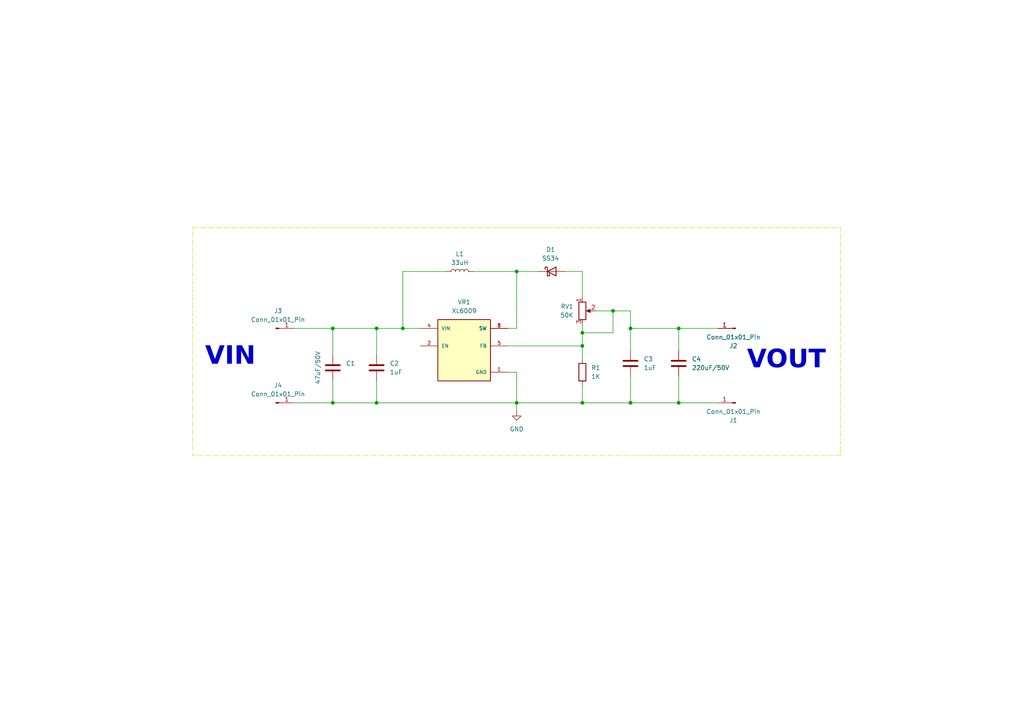
<source format=kicad_sch>
(kicad_sch
	(version 20250114)
	(generator "eeschema")
	(generator_version "9.0")
	(uuid "8d1f0f56-4477-4242-8bc3-df20dfed846d")
	(paper "A4")
	(title_block
		(title "XL009 Boost Converter")
		(date "2025-06-02")
		(company "HP")
		(comment 1 "By Hitesh Panigrahi")
	)
	(lib_symbols
		(symbol "Connector:Conn_01x01_Pin"
			(pin_names
				(offset 1.016)
				(hide yes)
			)
			(exclude_from_sim no)
			(in_bom yes)
			(on_board yes)
			(property "Reference" "J"
				(at 0 2.54 0)
				(effects
					(font
						(size 1.27 1.27)
					)
				)
			)
			(property "Value" "Conn_01x01_Pin"
				(at 0 -2.54 0)
				(effects
					(font
						(size 1.27 1.27)
					)
				)
			)
			(property "Footprint" ""
				(at 0 0 0)
				(effects
					(font
						(size 1.27 1.27)
					)
					(hide yes)
				)
			)
			(property "Datasheet" "~"
				(at 0 0 0)
				(effects
					(font
						(size 1.27 1.27)
					)
					(hide yes)
				)
			)
			(property "Description" "Generic connector, single row, 01x01, script generated"
				(at 0 0 0)
				(effects
					(font
						(size 1.27 1.27)
					)
					(hide yes)
				)
			)
			(property "ki_locked" ""
				(at 0 0 0)
				(effects
					(font
						(size 1.27 1.27)
					)
				)
			)
			(property "ki_keywords" "connector"
				(at 0 0 0)
				(effects
					(font
						(size 1.27 1.27)
					)
					(hide yes)
				)
			)
			(property "ki_fp_filters" "Connector*:*_1x??_*"
				(at 0 0 0)
				(effects
					(font
						(size 1.27 1.27)
					)
					(hide yes)
				)
			)
			(symbol "Conn_01x01_Pin_1_1"
				(rectangle
					(start 0.8636 0.127)
					(end 0 -0.127)
					(stroke
						(width 0.1524)
						(type default)
					)
					(fill
						(type outline)
					)
				)
				(polyline
					(pts
						(xy 1.27 0) (xy 0.8636 0)
					)
					(stroke
						(width 0.1524)
						(type default)
					)
					(fill
						(type none)
					)
				)
				(pin passive line
					(at 5.08 0 180)
					(length 3.81)
					(name "Pin_1"
						(effects
							(font
								(size 1.27 1.27)
							)
						)
					)
					(number "1"
						(effects
							(font
								(size 1.27 1.27)
							)
						)
					)
				)
			)
			(embedded_fonts no)
		)
		(symbol "Device:C"
			(pin_numbers
				(hide yes)
			)
			(pin_names
				(offset 0.254)
			)
			(exclude_from_sim no)
			(in_bom yes)
			(on_board yes)
			(property "Reference" "C"
				(at 0.635 2.54 0)
				(effects
					(font
						(size 1.27 1.27)
					)
					(justify left)
				)
			)
			(property "Value" "C"
				(at 0.635 -2.54 0)
				(effects
					(font
						(size 1.27 1.27)
					)
					(justify left)
				)
			)
			(property "Footprint" ""
				(at 0.9652 -3.81 0)
				(effects
					(font
						(size 1.27 1.27)
					)
					(hide yes)
				)
			)
			(property "Datasheet" "~"
				(at 0 0 0)
				(effects
					(font
						(size 1.27 1.27)
					)
					(hide yes)
				)
			)
			(property "Description" "Unpolarized capacitor"
				(at 0 0 0)
				(effects
					(font
						(size 1.27 1.27)
					)
					(hide yes)
				)
			)
			(property "ki_keywords" "cap capacitor"
				(at 0 0 0)
				(effects
					(font
						(size 1.27 1.27)
					)
					(hide yes)
				)
			)
			(property "ki_fp_filters" "C_*"
				(at 0 0 0)
				(effects
					(font
						(size 1.27 1.27)
					)
					(hide yes)
				)
			)
			(symbol "C_0_1"
				(polyline
					(pts
						(xy -2.032 0.762) (xy 2.032 0.762)
					)
					(stroke
						(width 0.508)
						(type default)
					)
					(fill
						(type none)
					)
				)
				(polyline
					(pts
						(xy -2.032 -0.762) (xy 2.032 -0.762)
					)
					(stroke
						(width 0.508)
						(type default)
					)
					(fill
						(type none)
					)
				)
			)
			(symbol "C_1_1"
				(pin passive line
					(at 0 3.81 270)
					(length 2.794)
					(name "~"
						(effects
							(font
								(size 1.27 1.27)
							)
						)
					)
					(number "1"
						(effects
							(font
								(size 1.27 1.27)
							)
						)
					)
				)
				(pin passive line
					(at 0 -3.81 90)
					(length 2.794)
					(name "~"
						(effects
							(font
								(size 1.27 1.27)
							)
						)
					)
					(number "2"
						(effects
							(font
								(size 1.27 1.27)
							)
						)
					)
				)
			)
			(embedded_fonts no)
		)
		(symbol "Device:L"
			(pin_numbers
				(hide yes)
			)
			(pin_names
				(offset 1.016)
				(hide yes)
			)
			(exclude_from_sim no)
			(in_bom yes)
			(on_board yes)
			(property "Reference" "L"
				(at -1.27 0 90)
				(effects
					(font
						(size 1.27 1.27)
					)
				)
			)
			(property "Value" "L"
				(at 1.905 0 90)
				(effects
					(font
						(size 1.27 1.27)
					)
				)
			)
			(property "Footprint" ""
				(at 0 0 0)
				(effects
					(font
						(size 1.27 1.27)
					)
					(hide yes)
				)
			)
			(property "Datasheet" "~"
				(at 0 0 0)
				(effects
					(font
						(size 1.27 1.27)
					)
					(hide yes)
				)
			)
			(property "Description" "Inductor"
				(at 0 0 0)
				(effects
					(font
						(size 1.27 1.27)
					)
					(hide yes)
				)
			)
			(property "ki_keywords" "inductor choke coil reactor magnetic"
				(at 0 0 0)
				(effects
					(font
						(size 1.27 1.27)
					)
					(hide yes)
				)
			)
			(property "ki_fp_filters" "Choke_* *Coil* Inductor_* L_*"
				(at 0 0 0)
				(effects
					(font
						(size 1.27 1.27)
					)
					(hide yes)
				)
			)
			(symbol "L_0_1"
				(arc
					(start 0 2.54)
					(mid 0.6323 1.905)
					(end 0 1.27)
					(stroke
						(width 0)
						(type default)
					)
					(fill
						(type none)
					)
				)
				(arc
					(start 0 1.27)
					(mid 0.6323 0.635)
					(end 0 0)
					(stroke
						(width 0)
						(type default)
					)
					(fill
						(type none)
					)
				)
				(arc
					(start 0 0)
					(mid 0.6323 -0.635)
					(end 0 -1.27)
					(stroke
						(width 0)
						(type default)
					)
					(fill
						(type none)
					)
				)
				(arc
					(start 0 -1.27)
					(mid 0.6323 -1.905)
					(end 0 -2.54)
					(stroke
						(width 0)
						(type default)
					)
					(fill
						(type none)
					)
				)
			)
			(symbol "L_1_1"
				(pin passive line
					(at 0 3.81 270)
					(length 1.27)
					(name "1"
						(effects
							(font
								(size 1.27 1.27)
							)
						)
					)
					(number "1"
						(effects
							(font
								(size 1.27 1.27)
							)
						)
					)
				)
				(pin passive line
					(at 0 -3.81 90)
					(length 1.27)
					(name "2"
						(effects
							(font
								(size 1.27 1.27)
							)
						)
					)
					(number "2"
						(effects
							(font
								(size 1.27 1.27)
							)
						)
					)
				)
			)
			(embedded_fonts no)
		)
		(symbol "Device:R"
			(pin_numbers
				(hide yes)
			)
			(pin_names
				(offset 0)
			)
			(exclude_from_sim no)
			(in_bom yes)
			(on_board yes)
			(property "Reference" "R"
				(at 2.032 0 90)
				(effects
					(font
						(size 1.27 1.27)
					)
				)
			)
			(property "Value" "R"
				(at 0 0 90)
				(effects
					(font
						(size 1.27 1.27)
					)
				)
			)
			(property "Footprint" ""
				(at -1.778 0 90)
				(effects
					(font
						(size 1.27 1.27)
					)
					(hide yes)
				)
			)
			(property "Datasheet" "~"
				(at 0 0 0)
				(effects
					(font
						(size 1.27 1.27)
					)
					(hide yes)
				)
			)
			(property "Description" "Resistor"
				(at 0 0 0)
				(effects
					(font
						(size 1.27 1.27)
					)
					(hide yes)
				)
			)
			(property "ki_keywords" "R res resistor"
				(at 0 0 0)
				(effects
					(font
						(size 1.27 1.27)
					)
					(hide yes)
				)
			)
			(property "ki_fp_filters" "R_*"
				(at 0 0 0)
				(effects
					(font
						(size 1.27 1.27)
					)
					(hide yes)
				)
			)
			(symbol "R_0_1"
				(rectangle
					(start -1.016 -2.54)
					(end 1.016 2.54)
					(stroke
						(width 0.254)
						(type default)
					)
					(fill
						(type none)
					)
				)
			)
			(symbol "R_1_1"
				(pin passive line
					(at 0 3.81 270)
					(length 1.27)
					(name "~"
						(effects
							(font
								(size 1.27 1.27)
							)
						)
					)
					(number "1"
						(effects
							(font
								(size 1.27 1.27)
							)
						)
					)
				)
				(pin passive line
					(at 0 -3.81 90)
					(length 1.27)
					(name "~"
						(effects
							(font
								(size 1.27 1.27)
							)
						)
					)
					(number "2"
						(effects
							(font
								(size 1.27 1.27)
							)
						)
					)
				)
			)
			(embedded_fonts no)
		)
		(symbol "Device:R_Potentiometer"
			(pin_names
				(offset 1.016)
				(hide yes)
			)
			(exclude_from_sim no)
			(in_bom yes)
			(on_board yes)
			(property "Reference" "RV"
				(at -4.445 0 90)
				(effects
					(font
						(size 1.27 1.27)
					)
				)
			)
			(property "Value" "R_Potentiometer"
				(at -2.54 0 90)
				(effects
					(font
						(size 1.27 1.27)
					)
				)
			)
			(property "Footprint" ""
				(at 0 0 0)
				(effects
					(font
						(size 1.27 1.27)
					)
					(hide yes)
				)
			)
			(property "Datasheet" "~"
				(at 0 0 0)
				(effects
					(font
						(size 1.27 1.27)
					)
					(hide yes)
				)
			)
			(property "Description" "Potentiometer"
				(at 0 0 0)
				(effects
					(font
						(size 1.27 1.27)
					)
					(hide yes)
				)
			)
			(property "ki_keywords" "resistor variable"
				(at 0 0 0)
				(effects
					(font
						(size 1.27 1.27)
					)
					(hide yes)
				)
			)
			(property "ki_fp_filters" "Potentiometer*"
				(at 0 0 0)
				(effects
					(font
						(size 1.27 1.27)
					)
					(hide yes)
				)
			)
			(symbol "R_Potentiometer_0_1"
				(rectangle
					(start 1.016 2.54)
					(end -1.016 -2.54)
					(stroke
						(width 0.254)
						(type default)
					)
					(fill
						(type none)
					)
				)
				(polyline
					(pts
						(xy 1.143 0) (xy 2.286 0.508) (xy 2.286 -0.508) (xy 1.143 0)
					)
					(stroke
						(width 0)
						(type default)
					)
					(fill
						(type outline)
					)
				)
				(polyline
					(pts
						(xy 2.54 0) (xy 1.524 0)
					)
					(stroke
						(width 0)
						(type default)
					)
					(fill
						(type none)
					)
				)
			)
			(symbol "R_Potentiometer_1_1"
				(pin passive line
					(at 0 3.81 270)
					(length 1.27)
					(name "1"
						(effects
							(font
								(size 1.27 1.27)
							)
						)
					)
					(number "1"
						(effects
							(font
								(size 1.27 1.27)
							)
						)
					)
				)
				(pin passive line
					(at 0 -3.81 90)
					(length 1.27)
					(name "3"
						(effects
							(font
								(size 1.27 1.27)
							)
						)
					)
					(number "3"
						(effects
							(font
								(size 1.27 1.27)
							)
						)
					)
				)
				(pin passive line
					(at 3.81 0 180)
					(length 1.27)
					(name "2"
						(effects
							(font
								(size 1.27 1.27)
							)
						)
					)
					(number "2"
						(effects
							(font
								(size 1.27 1.27)
							)
						)
					)
				)
			)
			(embedded_fonts no)
		)
		(symbol "Diode:SS34"
			(pin_numbers
				(hide yes)
			)
			(pin_names
				(offset 1.016)
				(hide yes)
			)
			(exclude_from_sim no)
			(in_bom yes)
			(on_board yes)
			(property "Reference" "D"
				(at 0 2.54 0)
				(effects
					(font
						(size 1.27 1.27)
					)
				)
			)
			(property "Value" "SS34"
				(at 0 -2.54 0)
				(effects
					(font
						(size 1.27 1.27)
					)
				)
			)
			(property "Footprint" "Diode_SMD:D_SMA"
				(at 0 -4.445 0)
				(effects
					(font
						(size 1.27 1.27)
					)
					(hide yes)
				)
			)
			(property "Datasheet" "https://www.vishay.com/docs/88751/ss32.pdf"
				(at 0 0 0)
				(effects
					(font
						(size 1.27 1.27)
					)
					(hide yes)
				)
			)
			(property "Description" "40V 3A Schottky Diode, SMA"
				(at 0 0 0)
				(effects
					(font
						(size 1.27 1.27)
					)
					(hide yes)
				)
			)
			(property "ki_keywords" "diode Schottky"
				(at 0 0 0)
				(effects
					(font
						(size 1.27 1.27)
					)
					(hide yes)
				)
			)
			(property "ki_fp_filters" "D*SMA*"
				(at 0 0 0)
				(effects
					(font
						(size 1.27 1.27)
					)
					(hide yes)
				)
			)
			(symbol "SS34_0_1"
				(polyline
					(pts
						(xy -1.905 0.635) (xy -1.905 1.27) (xy -1.27 1.27) (xy -1.27 -1.27) (xy -0.635 -1.27) (xy -0.635 -0.635)
					)
					(stroke
						(width 0.254)
						(type default)
					)
					(fill
						(type none)
					)
				)
				(polyline
					(pts
						(xy 1.27 1.27) (xy 1.27 -1.27) (xy -1.27 0) (xy 1.27 1.27)
					)
					(stroke
						(width 0.254)
						(type default)
					)
					(fill
						(type none)
					)
				)
				(polyline
					(pts
						(xy 1.27 0) (xy -1.27 0)
					)
					(stroke
						(width 0)
						(type default)
					)
					(fill
						(type none)
					)
				)
			)
			(symbol "SS34_1_1"
				(pin passive line
					(at -3.81 0 0)
					(length 2.54)
					(name "K"
						(effects
							(font
								(size 1.27 1.27)
							)
						)
					)
					(number "1"
						(effects
							(font
								(size 1.27 1.27)
							)
						)
					)
				)
				(pin passive line
					(at 3.81 0 180)
					(length 2.54)
					(name "A"
						(effects
							(font
								(size 1.27 1.27)
							)
						)
					)
					(number "2"
						(effects
							(font
								(size 1.27 1.27)
							)
						)
					)
				)
			)
			(embedded_fonts no)
		)
		(symbol "XL6009:XL6009"
			(pin_names
				(offset 1.016)
			)
			(exclude_from_sim no)
			(in_bom yes)
			(on_board yes)
			(property "Reference" "VR"
				(at -7.62 8.89 0)
				(effects
					(font
						(size 1.27 1.27)
					)
					(justify left bottom)
				)
			)
			(property "Value" "XL6009"
				(at -7.62 -11.43 0)
				(effects
					(font
						(size 1.27 1.27)
					)
					(justify left top)
				)
			)
			(property "Footprint" "XL6009:DPAK170P1435X465-6N"
				(at 0 0 0)
				(effects
					(font
						(size 1.27 1.27)
					)
					(justify bottom)
					(hide yes)
				)
			)
			(property "Datasheet" ""
				(at 0 0 0)
				(effects
					(font
						(size 1.27 1.27)
					)
					(hide yes)
				)
			)
			(property "Description" ""
				(at 0 0 0)
				(effects
					(font
						(size 1.27 1.27)
					)
					(hide yes)
				)
			)
			(property "MF" "XLSEMI"
				(at 0 0 0)
				(effects
					(font
						(size 1.27 1.27)
					)
					(justify bottom)
					(hide yes)
				)
			)
			(property "MAXIMUM_PACKAGE_HEIGHT" "4.65mm"
				(at 0 0 0)
				(effects
					(font
						(size 1.27 1.27)
					)
					(justify bottom)
					(hide yes)
				)
			)
			(property "Package" "TO-263-5L XLSEMI"
				(at 0 0 0)
				(effects
					(font
						(size 1.27 1.27)
					)
					(justify bottom)
					(hide yes)
				)
			)
			(property "Price" "None"
				(at 0 0 0)
				(effects
					(font
						(size 1.27 1.27)
					)
					(justify bottom)
					(hide yes)
				)
			)
			(property "Check_prices" "https://www.snapeda.com/parts/XL6009/XLSEMI/view-part/?ref=eda"
				(at 0 0 0)
				(effects
					(font
						(size 1.27 1.27)
					)
					(justify bottom)
					(hide yes)
				)
			)
			(property "STANDARD" "IPC-7351B"
				(at 0 0 0)
				(effects
					(font
						(size 1.27 1.27)
					)
					(justify bottom)
					(hide yes)
				)
			)
			(property "PARTREV" "1.1"
				(at 0 0 0)
				(effects
					(font
						(size 1.27 1.27)
					)
					(justify bottom)
					(hide yes)
				)
			)
			(property "SnapEDA_Link" "https://www.snapeda.com/parts/XL6009/XLSEMI/view-part/?ref=snap"
				(at 0 0 0)
				(effects
					(font
						(size 1.27 1.27)
					)
					(justify bottom)
					(hide yes)
				)
			)
			(property "MP" "XL6009"
				(at 0 0 0)
				(effects
					(font
						(size 1.27 1.27)
					)
					(justify bottom)
					(hide yes)
				)
			)
			(property "Description_1" "The XL6009 regulator is a wide input range, current mode, DC/DC converter which is capable of generating either positive or negative output voltages."
				(at 0 0 0)
				(effects
					(font
						(size 1.27 1.27)
					)
					(justify bottom)
					(hide yes)
				)
			)
			(property "Availability" "Not in stock"
				(at 0 0 0)
				(effects
					(font
						(size 1.27 1.27)
					)
					(justify bottom)
					(hide yes)
				)
			)
			(property "MANUFACTURER" "XLSEMI"
				(at 0 0 0)
				(effects
					(font
						(size 1.27 1.27)
					)
					(justify bottom)
					(hide yes)
				)
			)
			(symbol "XL6009_0_0"
				(rectangle
					(start -7.62 -10.16)
					(end 7.62 7.62)
					(stroke
						(width 0.254)
						(type default)
					)
					(fill
						(type background)
					)
				)
				(pin input line
					(at -12.7 5.08 0)
					(length 5.08)
					(name "VIN"
						(effects
							(font
								(size 1.016 1.016)
							)
						)
					)
					(number "4"
						(effects
							(font
								(size 1.016 1.016)
							)
						)
					)
				)
				(pin input line
					(at -12.7 0 0)
					(length 5.08)
					(name "EN"
						(effects
							(font
								(size 1.016 1.016)
							)
						)
					)
					(number "2"
						(effects
							(font
								(size 1.016 1.016)
							)
						)
					)
				)
				(pin output line
					(at 12.7 5.08 180)
					(length 5.08)
					(name "SW"
						(effects
							(font
								(size 1.016 1.016)
							)
						)
					)
					(number "3"
						(effects
							(font
								(size 1.016 1.016)
							)
						)
					)
				)
				(pin output line
					(at 12.7 5.08 180)
					(length 5.08)
					(name "SW"
						(effects
							(font
								(size 1.016 1.016)
							)
						)
					)
					(number "6"
						(effects
							(font
								(size 1.016 1.016)
							)
						)
					)
				)
				(pin input line
					(at 12.7 0 180)
					(length 5.08)
					(name "FB"
						(effects
							(font
								(size 1.016 1.016)
							)
						)
					)
					(number "5"
						(effects
							(font
								(size 1.016 1.016)
							)
						)
					)
				)
				(pin power_in line
					(at 12.7 -7.62 180)
					(length 5.08)
					(name "GND"
						(effects
							(font
								(size 1.016 1.016)
							)
						)
					)
					(number "1"
						(effects
							(font
								(size 1.016 1.016)
							)
						)
					)
				)
			)
			(embedded_fonts no)
		)
		(symbol "power:GND"
			(power)
			(pin_numbers
				(hide yes)
			)
			(pin_names
				(offset 0)
				(hide yes)
			)
			(exclude_from_sim no)
			(in_bom yes)
			(on_board yes)
			(property "Reference" "#PWR"
				(at 0 -6.35 0)
				(effects
					(font
						(size 1.27 1.27)
					)
					(hide yes)
				)
			)
			(property "Value" "GND"
				(at 0 -3.81 0)
				(effects
					(font
						(size 1.27 1.27)
					)
				)
			)
			(property "Footprint" ""
				(at 0 0 0)
				(effects
					(font
						(size 1.27 1.27)
					)
					(hide yes)
				)
			)
			(property "Datasheet" ""
				(at 0 0 0)
				(effects
					(font
						(size 1.27 1.27)
					)
					(hide yes)
				)
			)
			(property "Description" "Power symbol creates a global label with name \"GND\" , ground"
				(at 0 0 0)
				(effects
					(font
						(size 1.27 1.27)
					)
					(hide yes)
				)
			)
			(property "ki_keywords" "global power"
				(at 0 0 0)
				(effects
					(font
						(size 1.27 1.27)
					)
					(hide yes)
				)
			)
			(symbol "GND_0_1"
				(polyline
					(pts
						(xy 0 0) (xy 0 -1.27) (xy 1.27 -1.27) (xy 0 -2.54) (xy -1.27 -1.27) (xy 0 -1.27)
					)
					(stroke
						(width 0)
						(type default)
					)
					(fill
						(type none)
					)
				)
			)
			(symbol "GND_1_1"
				(pin power_in line
					(at 0 0 270)
					(length 0)
					(name "~"
						(effects
							(font
								(size 1.27 1.27)
							)
						)
					)
					(number "1"
						(effects
							(font
								(size 1.27 1.27)
							)
						)
					)
				)
			)
			(embedded_fonts no)
		)
	)
	(rectangle
		(start 55.88 66.04)
		(end 243.84 132.08)
		(stroke
			(width 0)
			(type dash)
			(color 237 216 29 1)
		)
		(fill
			(type none)
		)
		(uuid eeb49030-b4e0-44ce-94e7-0782f23b8fa7)
	)
	(text "VIN"
		(exclude_from_sim no)
		(at 66.802 104.902 0)
		(effects
			(font
				(face "Cascadia Code NF")
				(size 5.27 5.27)
				(thickness 1.054)
				(bold yes)
			)
		)
		(uuid "180c9101-d337-42ed-9646-813d86c0fbfa")
	)
	(text "VOUT"
		(exclude_from_sim no)
		(at 228.092 105.918 0)
		(effects
			(font
				(face "Cascadia Code NF")
				(size 5.27 5.27)
				(thickness 1.054)
				(bold yes)
			)
		)
		(uuid "8377860d-77a3-4532-bc92-e120ce5d90ca")
	)
	(junction
		(at 168.91 96.52)
		(diameter 0)
		(color 0 0 0 0)
		(uuid "20ec720f-93ae-4d04-b4db-8b83b4aa9991")
	)
	(junction
		(at 196.85 95.25)
		(diameter 0)
		(color 0 0 0 0)
		(uuid "23907ed8-fe36-4f4b-8813-f22788c700aa")
	)
	(junction
		(at 168.91 116.84)
		(diameter 0)
		(color 0 0 0 0)
		(uuid "357f83f4-6cf6-4ea4-9b14-b54fdc5935a4")
	)
	(junction
		(at 149.86 78.74)
		(diameter 0)
		(color 0 0 0 0)
		(uuid "40c5b490-0bee-49db-ab36-9481b0fbbb1a")
	)
	(junction
		(at 149.86 116.84)
		(diameter 0)
		(color 0 0 0 0)
		(uuid "4cb6031e-1fcc-471f-a6f8-9a4823584dd2")
	)
	(junction
		(at 182.88 95.25)
		(diameter 0)
		(color 0 0 0 0)
		(uuid "4dc3dc30-7c62-4c20-aca0-bc7fd776a32c")
	)
	(junction
		(at 182.88 116.84)
		(diameter 0)
		(color 0 0 0 0)
		(uuid "56c1d953-5fef-4aee-a494-59a30faa7950")
	)
	(junction
		(at 168.91 100.33)
		(diameter 0)
		(color 0 0 0 0)
		(uuid "6cc50d5d-cce0-4198-ac52-8b025c8198db")
	)
	(junction
		(at 96.52 116.84)
		(diameter 0)
		(color 0 0 0 0)
		(uuid "7751b80a-1723-4aa4-8f09-de4f1db5752c")
	)
	(junction
		(at 116.84 95.25)
		(diameter 0)
		(color 0 0 0 0)
		(uuid "7877ff48-c26f-47ea-babb-5dc5a934058a")
	)
	(junction
		(at 96.52 95.25)
		(diameter 0)
		(color 0 0 0 0)
		(uuid "98058a3a-9ff7-49d1-b1e0-f6b3cad19c41")
	)
	(junction
		(at 196.85 116.84)
		(diameter 0)
		(color 0 0 0 0)
		(uuid "a680e1d0-8fcf-49b6-8911-1017cb06014a")
	)
	(junction
		(at 109.22 95.25)
		(diameter 0)
		(color 0 0 0 0)
		(uuid "c72fd6e6-6f2b-4c45-81dd-df71a280c176")
	)
	(junction
		(at 109.22 116.84)
		(diameter 0)
		(color 0 0 0 0)
		(uuid "e7c4383e-f8ca-405c-9a26-fed77da47c06")
	)
	(junction
		(at 177.8 90.17)
		(diameter 0)
		(color 0 0 0 0)
		(uuid "f050b9af-faf2-4e0a-8bf7-5803c3fcce4b")
	)
	(wire
		(pts
			(xy 121.92 95.25) (xy 116.84 95.25)
		)
		(stroke
			(width 0)
			(type default)
		)
		(uuid "0943db27-8e5e-4306-9bfa-03b28339da29")
	)
	(wire
		(pts
			(xy 129.54 78.74) (xy 116.84 78.74)
		)
		(stroke
			(width 0)
			(type default)
		)
		(uuid "0e342117-4241-4793-84a3-db6931f60270")
	)
	(wire
		(pts
			(xy 182.88 109.22) (xy 182.88 116.84)
		)
		(stroke
			(width 0)
			(type default)
		)
		(uuid "12cdec64-b7de-40b4-8e40-2296002791b7")
	)
	(wire
		(pts
			(xy 168.91 100.33) (xy 168.91 104.14)
		)
		(stroke
			(width 0)
			(type default)
		)
		(uuid "1aa0e2f6-2069-4e58-b262-a2aaff24a907")
	)
	(wire
		(pts
			(xy 168.91 96.52) (xy 168.91 100.33)
		)
		(stroke
			(width 0)
			(type default)
		)
		(uuid "1cec504c-6aea-445a-b9e4-1ccdcd26fc91")
	)
	(wire
		(pts
			(xy 196.85 116.84) (xy 208.28 116.84)
		)
		(stroke
			(width 0)
			(type default)
		)
		(uuid "261ef216-a1fb-47db-9624-12202372b437")
	)
	(wire
		(pts
			(xy 177.8 96.52) (xy 177.8 90.17)
		)
		(stroke
			(width 0)
			(type default)
		)
		(uuid "28b62025-e29c-4ce3-8eb6-39cad644d0b2")
	)
	(wire
		(pts
			(xy 182.88 90.17) (xy 182.88 95.25)
		)
		(stroke
			(width 0)
			(type default)
		)
		(uuid "295360dd-9d79-4e6d-abd1-35a66a51b5b2")
	)
	(wire
		(pts
			(xy 109.22 110.49) (xy 109.22 116.84)
		)
		(stroke
			(width 0)
			(type default)
		)
		(uuid "29727c43-b4ab-44cb-8460-de5585fa1b5f")
	)
	(wire
		(pts
			(xy 182.88 95.25) (xy 182.88 101.6)
		)
		(stroke
			(width 0)
			(type default)
		)
		(uuid "29f74042-5651-4743-a9bf-94e48bdeedff")
	)
	(wire
		(pts
			(xy 116.84 78.74) (xy 116.84 95.25)
		)
		(stroke
			(width 0)
			(type default)
		)
		(uuid "329abb4f-146b-4ad4-8bd5-f97abb31bbd2")
	)
	(wire
		(pts
			(xy 168.91 111.76) (xy 168.91 116.84)
		)
		(stroke
			(width 0)
			(type default)
		)
		(uuid "35356d03-7d3e-4580-8b43-2725a3a1b1b2")
	)
	(wire
		(pts
			(xy 109.22 95.25) (xy 109.22 102.87)
		)
		(stroke
			(width 0)
			(type default)
		)
		(uuid "3e0cd5c0-ef8f-420a-9916-c11aef235dc2")
	)
	(wire
		(pts
			(xy 168.91 96.52) (xy 177.8 96.52)
		)
		(stroke
			(width 0)
			(type default)
		)
		(uuid "478503d9-e362-40d0-9174-72447ba99d56")
	)
	(wire
		(pts
			(xy 109.22 95.25) (xy 96.52 95.25)
		)
		(stroke
			(width 0)
			(type default)
		)
		(uuid "48b72810-ca2f-4e22-9f59-da5ef5d6fbf8")
	)
	(wire
		(pts
			(xy 149.86 116.84) (xy 109.22 116.84)
		)
		(stroke
			(width 0)
			(type default)
		)
		(uuid "4cc6b121-91db-489b-9a56-2b62f186509a")
	)
	(wire
		(pts
			(xy 149.86 78.74) (xy 156.21 78.74)
		)
		(stroke
			(width 0)
			(type default)
		)
		(uuid "569a6ab7-6895-47f3-bf64-4c666423a713")
	)
	(wire
		(pts
			(xy 182.88 95.25) (xy 196.85 95.25)
		)
		(stroke
			(width 0)
			(type default)
		)
		(uuid "59035e6d-e727-4952-979a-7c363c90889c")
	)
	(wire
		(pts
			(xy 116.84 95.25) (xy 109.22 95.25)
		)
		(stroke
			(width 0)
			(type default)
		)
		(uuid "667776c9-cb09-4ba7-9ae1-00dc6acbc3cb")
	)
	(wire
		(pts
			(xy 149.86 78.74) (xy 137.16 78.74)
		)
		(stroke
			(width 0)
			(type default)
		)
		(uuid "687bb507-e784-407d-b31e-32c32b688983")
	)
	(wire
		(pts
			(xy 147.32 95.25) (xy 149.86 95.25)
		)
		(stroke
			(width 0)
			(type default)
		)
		(uuid "6fad4037-1757-4725-a61c-98ba38889582")
	)
	(wire
		(pts
			(xy 196.85 95.25) (xy 196.85 101.6)
		)
		(stroke
			(width 0)
			(type default)
		)
		(uuid "73f1b092-22e5-46b1-9b1e-485bc3273458")
	)
	(wire
		(pts
			(xy 168.91 116.84) (xy 149.86 116.84)
		)
		(stroke
			(width 0)
			(type default)
		)
		(uuid "833d1468-47bf-4272-b745-f78e0d258363")
	)
	(wire
		(pts
			(xy 149.86 116.84) (xy 149.86 119.38)
		)
		(stroke
			(width 0)
			(type default)
		)
		(uuid "83fe2632-04e0-4d1f-9fb8-7a65ec2d0d73")
	)
	(wire
		(pts
			(xy 85.09 95.25) (xy 96.52 95.25)
		)
		(stroke
			(width 0)
			(type default)
		)
		(uuid "84608c46-36c7-4952-9365-dfaec53f5f18")
	)
	(wire
		(pts
			(xy 147.32 100.33) (xy 168.91 100.33)
		)
		(stroke
			(width 0)
			(type default)
		)
		(uuid "859e6934-51ff-4614-9c27-b52df6bb4e6b")
	)
	(wire
		(pts
			(xy 147.32 107.95) (xy 149.86 107.95)
		)
		(stroke
			(width 0)
			(type default)
		)
		(uuid "920c7cc0-4ac4-4c48-8a7a-3d1b3f236b09")
	)
	(wire
		(pts
			(xy 168.91 116.84) (xy 182.88 116.84)
		)
		(stroke
			(width 0)
			(type default)
		)
		(uuid "984fda9c-4eef-40fe-b8ac-3f97034004db")
	)
	(wire
		(pts
			(xy 96.52 116.84) (xy 96.52 110.49)
		)
		(stroke
			(width 0)
			(type default)
		)
		(uuid "9b1f408c-11bf-4b8c-8038-4b798046b40d")
	)
	(wire
		(pts
			(xy 109.22 116.84) (xy 96.52 116.84)
		)
		(stroke
			(width 0)
			(type default)
		)
		(uuid "a1ae68b8-ec43-45ad-a0b6-517b499f7e82")
	)
	(wire
		(pts
			(xy 149.86 107.95) (xy 149.86 116.84)
		)
		(stroke
			(width 0)
			(type default)
		)
		(uuid "ab691f21-8fa3-4a0b-a14e-65d2338d06b3")
	)
	(wire
		(pts
			(xy 168.91 93.98) (xy 168.91 96.52)
		)
		(stroke
			(width 0)
			(type default)
		)
		(uuid "af1fff35-3a29-46d5-bde5-52416cc439f3")
	)
	(wire
		(pts
			(xy 85.09 116.84) (xy 96.52 116.84)
		)
		(stroke
			(width 0)
			(type default)
		)
		(uuid "b35d9545-0b8d-4b7a-a89c-261d06b32749")
	)
	(wire
		(pts
			(xy 182.88 116.84) (xy 196.85 116.84)
		)
		(stroke
			(width 0)
			(type default)
		)
		(uuid "c12f1173-b561-4bcf-99f1-27bab4dc2493")
	)
	(wire
		(pts
			(xy 196.85 109.22) (xy 196.85 116.84)
		)
		(stroke
			(width 0)
			(type default)
		)
		(uuid "c25cb1e0-0e7b-43c3-920f-0794511322d9")
	)
	(wire
		(pts
			(xy 96.52 95.25) (xy 96.52 102.87)
		)
		(stroke
			(width 0)
			(type default)
		)
		(uuid "c294e771-eab9-49f8-9ca6-5178a81f97cc")
	)
	(wire
		(pts
			(xy 196.85 95.25) (xy 208.28 95.25)
		)
		(stroke
			(width 0)
			(type default)
		)
		(uuid "d7dc5aa9-a1e4-4601-ba8a-6fa6ba9c0317")
	)
	(wire
		(pts
			(xy 149.86 95.25) (xy 149.86 78.74)
		)
		(stroke
			(width 0)
			(type default)
		)
		(uuid "e085d025-66b4-4277-9d93-edc3ac55c016")
	)
	(wire
		(pts
			(xy 172.72 90.17) (xy 177.8 90.17)
		)
		(stroke
			(width 0)
			(type default)
		)
		(uuid "e1b70c17-23a9-4e0e-ad58-9d3611d00eb9")
	)
	(wire
		(pts
			(xy 177.8 90.17) (xy 182.88 90.17)
		)
		(stroke
			(width 0)
			(type default)
		)
		(uuid "eef65b40-f3dc-4076-8fa2-31085c5d2995")
	)
	(wire
		(pts
			(xy 168.91 78.74) (xy 163.83 78.74)
		)
		(stroke
			(width 0)
			(type default)
		)
		(uuid "fd8bf513-88ff-4a2a-bd06-c3e20c102f16")
	)
	(wire
		(pts
			(xy 168.91 86.36) (xy 168.91 78.74)
		)
		(stroke
			(width 0)
			(type default)
		)
		(uuid "ff6a2cf1-393f-42cf-857e-eeccb392a1cc")
	)
	(symbol
		(lib_id "Connector:Conn_01x01_Pin")
		(at 213.36 95.25 180)
		(unit 1)
		(exclude_from_sim no)
		(in_bom yes)
		(on_board yes)
		(dnp no)
		(fields_autoplaced yes)
		(uuid "0a173211-486a-4dad-9468-a911c6ae181e")
		(property "Reference" "J2"
			(at 212.725 100.33 0)
			(effects
				(font
					(size 1.27 1.27)
				)
			)
		)
		(property "Value" "Conn_01x01_Pin"
			(at 212.725 97.79 0)
			(effects
				(font
					(size 1.27 1.27)
				)
			)
		)
		(property "Footprint" "Connector_PinHeader_2.54mm:PinHeader_1x01_P2.54mm_Vertical"
			(at 213.36 95.25 0)
			(effects
				(font
					(size 1.27 1.27)
				)
				(hide yes)
			)
		)
		(property "Datasheet" "~"
			(at 213.36 95.25 0)
			(effects
				(font
					(size 1.27 1.27)
				)
				(hide yes)
			)
		)
		(property "Description" "Generic connector, single row, 01x01, script generated"
			(at 213.36 95.25 0)
			(effects
				(font
					(size 1.27 1.27)
				)
				(hide yes)
			)
		)
		(pin "1"
			(uuid "15aa62d9-9a2f-4ce9-9530-1905dfaf42e8")
		)
		(instances
			(project "XL009 Boost Converter"
				(path "/8d1f0f56-4477-4242-8bc3-df20dfed846d"
					(reference "J2")
					(unit 1)
				)
			)
		)
	)
	(symbol
		(lib_id "Connector:Conn_01x01_Pin")
		(at 80.01 116.84 0)
		(unit 1)
		(exclude_from_sim no)
		(in_bom yes)
		(on_board yes)
		(dnp no)
		(fields_autoplaced yes)
		(uuid "0c134aa6-5b5d-45f8-976d-2da299f791e8")
		(property "Reference" "J4"
			(at 80.645 111.76 0)
			(effects
				(font
					(size 1.27 1.27)
				)
			)
		)
		(property "Value" "Conn_01x01_Pin"
			(at 80.645 114.3 0)
			(effects
				(font
					(size 1.27 1.27)
				)
			)
		)
		(property "Footprint" "Connector_PinHeader_2.54mm:PinHeader_1x01_P2.54mm_Vertical"
			(at 80.01 116.84 0)
			(effects
				(font
					(size 1.27 1.27)
				)
				(hide yes)
			)
		)
		(property "Datasheet" "~"
			(at 80.01 116.84 0)
			(effects
				(font
					(size 1.27 1.27)
				)
				(hide yes)
			)
		)
		(property "Description" "Generic connector, single row, 01x01, script generated"
			(at 80.01 116.84 0)
			(effects
				(font
					(size 1.27 1.27)
				)
				(hide yes)
			)
		)
		(pin "1"
			(uuid "b4704cd7-0ab1-40de-ab29-c7c0345a857d")
		)
		(instances
			(project "XL009 Boost Converter"
				(path "/8d1f0f56-4477-4242-8bc3-df20dfed846d"
					(reference "J4")
					(unit 1)
				)
			)
		)
	)
	(symbol
		(lib_id "Device:C")
		(at 96.52 106.68 0)
		(unit 1)
		(exclude_from_sim no)
		(in_bom yes)
		(on_board yes)
		(dnp no)
		(uuid "19c7557a-f8f2-41d0-b230-834b7f576b3b")
		(property "Reference" "C1"
			(at 100.33 105.4099 0)
			(effects
				(font
					(size 1.27 1.27)
				)
				(justify left)
			)
		)
		(property "Value" "47uF/50V"
			(at 92.202 111.506 90)
			(effects
				(font
					(size 1.27 1.27)
				)
				(justify left)
			)
		)
		(property "Footprint" "Capacitor_SMD:CP_Elec_6.3x5.4"
			(at 97.4852 110.49 0)
			(effects
				(font
					(size 1.27 1.27)
				)
				(hide yes)
			)
		)
		(property "Datasheet" "~"
			(at 96.52 106.68 0)
			(effects
				(font
					(size 1.27 1.27)
				)
				(hide yes)
			)
		)
		(property "Description" "Unpolarized capacitor"
			(at 96.52 106.68 0)
			(effects
				(font
					(size 1.27 1.27)
				)
				(hide yes)
			)
		)
		(pin "2"
			(uuid "f0016cd1-3ec5-4243-ad91-b292dea9b2bb")
		)
		(pin "1"
			(uuid "c40b35fd-6743-46b5-84e7-311fd0445cea")
		)
		(instances
			(project ""
				(path "/8d1f0f56-4477-4242-8bc3-df20dfed846d"
					(reference "C1")
					(unit 1)
				)
			)
		)
	)
	(symbol
		(lib_id "Device:R")
		(at 168.91 107.95 0)
		(unit 1)
		(exclude_from_sim no)
		(in_bom yes)
		(on_board yes)
		(dnp no)
		(uuid "24d5af57-1789-4d2d-9f48-d0790987bbb4")
		(property "Reference" "R1"
			(at 171.45 106.6799 0)
			(effects
				(font
					(size 1.27 1.27)
				)
				(justify left)
			)
		)
		(property "Value" "1K"
			(at 171.45 109.2199 0)
			(effects
				(font
					(size 1.27 1.27)
				)
				(justify left)
			)
		)
		(property "Footprint" "Resistor_SMD:R_1206_3216Metric"
			(at 167.132 107.95 90)
			(effects
				(font
					(size 1.27 1.27)
				)
				(hide yes)
			)
		)
		(property "Datasheet" "~"
			(at 168.91 107.95 0)
			(effects
				(font
					(size 1.27 1.27)
				)
				(hide yes)
			)
		)
		(property "Description" "Resistor"
			(at 168.91 107.95 0)
			(effects
				(font
					(size 1.27 1.27)
				)
				(hide yes)
			)
		)
		(pin "1"
			(uuid "493fe5c2-e5b0-467f-9155-e27bc0cebb86")
		)
		(pin "2"
			(uuid "88472de1-f252-4b0b-a77d-40105d41ac9b")
		)
		(instances
			(project ""
				(path "/8d1f0f56-4477-4242-8bc3-df20dfed846d"
					(reference "R1")
					(unit 1)
				)
			)
		)
	)
	(symbol
		(lib_id "Connector:Conn_01x01_Pin")
		(at 213.36 116.84 180)
		(unit 1)
		(exclude_from_sim no)
		(in_bom yes)
		(on_board yes)
		(dnp no)
		(fields_autoplaced yes)
		(uuid "2bacbf46-3f37-4c29-8c8e-efe23062eab6")
		(property "Reference" "J1"
			(at 212.725 121.92 0)
			(effects
				(font
					(size 1.27 1.27)
				)
			)
		)
		(property "Value" "Conn_01x01_Pin"
			(at 212.725 119.38 0)
			(effects
				(font
					(size 1.27 1.27)
				)
			)
		)
		(property "Footprint" "Connector_PinHeader_2.54mm:PinHeader_1x01_P2.54mm_Vertical"
			(at 213.36 116.84 0)
			(effects
				(font
					(size 1.27 1.27)
				)
				(hide yes)
			)
		)
		(property "Datasheet" "~"
			(at 213.36 116.84 0)
			(effects
				(font
					(size 1.27 1.27)
				)
				(hide yes)
			)
		)
		(property "Description" "Generic connector, single row, 01x01, script generated"
			(at 213.36 116.84 0)
			(effects
				(font
					(size 1.27 1.27)
				)
				(hide yes)
			)
		)
		(pin "1"
			(uuid "1ad4d7a0-a16f-4d01-b8ff-e5227e47f897")
		)
		(instances
			(project ""
				(path "/8d1f0f56-4477-4242-8bc3-df20dfed846d"
					(reference "J1")
					(unit 1)
				)
			)
		)
	)
	(symbol
		(lib_id "Diode:SS34")
		(at 160.02 78.74 0)
		(unit 1)
		(exclude_from_sim no)
		(in_bom yes)
		(on_board yes)
		(dnp no)
		(fields_autoplaced yes)
		(uuid "5b394969-84c2-450f-8788-9fd271fb976a")
		(property "Reference" "D1"
			(at 159.7025 72.39 0)
			(effects
				(font
					(size 1.27 1.27)
				)
			)
		)
		(property "Value" "SS34"
			(at 159.7025 74.93 0)
			(effects
				(font
					(size 1.27 1.27)
				)
			)
		)
		(property "Footprint" "Diode_SMD:D_SMA"
			(at 160.02 83.185 0)
			(effects
				(font
					(size 1.27 1.27)
				)
				(hide yes)
			)
		)
		(property "Datasheet" "https://www.vishay.com/docs/88751/ss32.pdf"
			(at 160.02 78.74 0)
			(effects
				(font
					(size 1.27 1.27)
				)
				(hide yes)
			)
		)
		(property "Description" "40V 3A Schottky Diode, SMA"
			(at 160.02 78.74 0)
			(effects
				(font
					(size 1.27 1.27)
				)
				(hide yes)
			)
		)
		(pin "1"
			(uuid "2925d0ce-d94a-4e3f-9c2e-63889d5ad101")
		)
		(pin "2"
			(uuid "afa1152c-af74-40d6-afcf-f45571bc4d28")
		)
		(instances
			(project ""
				(path "/8d1f0f56-4477-4242-8bc3-df20dfed846d"
					(reference "D1")
					(unit 1)
				)
			)
		)
	)
	(symbol
		(lib_id "Device:C")
		(at 182.88 105.41 0)
		(unit 1)
		(exclude_from_sim no)
		(in_bom yes)
		(on_board yes)
		(dnp no)
		(fields_autoplaced yes)
		(uuid "872d5afa-0573-4e00-ae72-55fa26cb6548")
		(property "Reference" "C3"
			(at 186.69 104.1399 0)
			(effects
				(font
					(size 1.27 1.27)
				)
				(justify left)
			)
		)
		(property "Value" "1uF"
			(at 186.69 106.6799 0)
			(effects
				(font
					(size 1.27 1.27)
				)
				(justify left)
			)
		)
		(property "Footprint" "Capacitor_SMD:C_0805_2012Metric"
			(at 183.8452 109.22 0)
			(effects
				(font
					(size 1.27 1.27)
				)
				(hide yes)
			)
		)
		(property "Datasheet" "~"
			(at 182.88 105.41 0)
			(effects
				(font
					(size 1.27 1.27)
				)
				(hide yes)
			)
		)
		(property "Description" "Unpolarized capacitor"
			(at 182.88 105.41 0)
			(effects
				(font
					(size 1.27 1.27)
				)
				(hide yes)
			)
		)
		(pin "1"
			(uuid "31efe32b-19ca-41e0-992a-f446bf56a6e9")
		)
		(pin "2"
			(uuid "fb35c25f-fc5d-4cd1-aeba-b56ba4164508")
		)
		(instances
			(project "XL009 Boost Converter"
				(path "/8d1f0f56-4477-4242-8bc3-df20dfed846d"
					(reference "C3")
					(unit 1)
				)
			)
		)
	)
	(symbol
		(lib_id "Connector:Conn_01x01_Pin")
		(at 80.01 95.25 0)
		(unit 1)
		(exclude_from_sim no)
		(in_bom yes)
		(on_board yes)
		(dnp no)
		(fields_autoplaced yes)
		(uuid "8a66db39-1761-4962-aac2-1c1d5ee93420")
		(property "Reference" "J3"
			(at 80.645 90.17 0)
			(effects
				(font
					(size 1.27 1.27)
				)
			)
		)
		(property "Value" "Conn_01x01_Pin"
			(at 80.645 92.71 0)
			(effects
				(font
					(size 1.27 1.27)
				)
			)
		)
		(property "Footprint" "Connector_PinHeader_2.54mm:PinHeader_1x01_P2.54mm_Vertical"
			(at 80.01 95.25 0)
			(effects
				(font
					(size 1.27 1.27)
				)
				(hide yes)
			)
		)
		(property "Datasheet" "~"
			(at 80.01 95.25 0)
			(effects
				(font
					(size 1.27 1.27)
				)
				(hide yes)
			)
		)
		(property "Description" "Generic connector, single row, 01x01, script generated"
			(at 80.01 95.25 0)
			(effects
				(font
					(size 1.27 1.27)
				)
				(hide yes)
			)
		)
		(pin "1"
			(uuid "615fe9b6-b74f-4baa-aa95-a01ec2555d9d")
		)
		(instances
			(project "XL009 Boost Converter"
				(path "/8d1f0f56-4477-4242-8bc3-df20dfed846d"
					(reference "J3")
					(unit 1)
				)
			)
		)
	)
	(symbol
		(lib_id "Device:L")
		(at 133.35 78.74 90)
		(unit 1)
		(exclude_from_sim no)
		(in_bom yes)
		(on_board yes)
		(dnp no)
		(fields_autoplaced yes)
		(uuid "a39917c2-2551-4d3c-9f9a-77397f3adb06")
		(property "Reference" "L1"
			(at 133.35 73.66 90)
			(effects
				(font
					(size 1.27 1.27)
				)
			)
		)
		(property "Value" "33uH"
			(at 133.35 76.2 90)
			(effects
				(font
					(size 1.27 1.27)
				)
			)
		)
		(property "Footprint" "Inductor_SMD:L_12x12mm_H8mm"
			(at 133.35 78.74 0)
			(effects
				(font
					(size 1.27 1.27)
				)
				(hide yes)
			)
		)
		(property "Datasheet" "~"
			(at 133.35 78.74 0)
			(effects
				(font
					(size 1.27 1.27)
				)
				(hide yes)
			)
		)
		(property "Description" "Inductor"
			(at 133.35 78.74 0)
			(effects
				(font
					(size 1.27 1.27)
				)
				(hide yes)
			)
		)
		(pin "2"
			(uuid "4f61ff70-a0a8-4f5f-9824-224c15a56668")
		)
		(pin "1"
			(uuid "685a3942-7eca-4721-b1a0-627512cc7a1b")
		)
		(instances
			(project ""
				(path "/8d1f0f56-4477-4242-8bc3-df20dfed846d"
					(reference "L1")
					(unit 1)
				)
			)
		)
	)
	(symbol
		(lib_id "Device:C")
		(at 109.22 106.68 0)
		(unit 1)
		(exclude_from_sim no)
		(in_bom yes)
		(on_board yes)
		(dnp no)
		(fields_autoplaced yes)
		(uuid "b5811d69-bde8-41c6-889c-c81dacb23758")
		(property "Reference" "C2"
			(at 113.03 105.4099 0)
			(effects
				(font
					(size 1.27 1.27)
				)
				(justify left)
			)
		)
		(property "Value" "1uF"
			(at 113.03 107.9499 0)
			(effects
				(font
					(size 1.27 1.27)
				)
				(justify left)
			)
		)
		(property "Footprint" "Capacitor_SMD:C_0805_2012Metric"
			(at 110.1852 110.49 0)
			(effects
				(font
					(size 1.27 1.27)
				)
				(hide yes)
			)
		)
		(property "Datasheet" "~"
			(at 109.22 106.68 0)
			(effects
				(font
					(size 1.27 1.27)
				)
				(hide yes)
			)
		)
		(property "Description" "Unpolarized capacitor"
			(at 109.22 106.68 0)
			(effects
				(font
					(size 1.27 1.27)
				)
				(hide yes)
			)
		)
		(pin "1"
			(uuid "df956e21-56d5-4897-98e5-9d43a33793d1")
		)
		(pin "2"
			(uuid "199c4f1f-e15c-407d-b982-6059fce8ee42")
		)
		(instances
			(project ""
				(path "/8d1f0f56-4477-4242-8bc3-df20dfed846d"
					(reference "C2")
					(unit 1)
				)
			)
		)
	)
	(symbol
		(lib_id "Device:R_Potentiometer")
		(at 168.91 90.17 0)
		(unit 1)
		(exclude_from_sim no)
		(in_bom yes)
		(on_board yes)
		(dnp no)
		(fields_autoplaced yes)
		(uuid "c7c03436-9fdb-451b-9d27-2b704a846c64")
		(property "Reference" "RV1"
			(at 166.37 88.8999 0)
			(effects
				(font
					(size 1.27 1.27)
				)
				(justify right)
			)
		)
		(property "Value" "50K"
			(at 166.37 91.4399 0)
			(effects
				(font
					(size 1.27 1.27)
				)
				(justify right)
			)
		)
		(property "Footprint" "Potentiometer_THT:Potentiometer_Bourns_3296W_Vertical"
			(at 168.91 90.17 0)
			(effects
				(font
					(size 1.27 1.27)
				)
				(hide yes)
			)
		)
		(property "Datasheet" "~"
			(at 168.91 90.17 0)
			(effects
				(font
					(size 1.27 1.27)
				)
				(hide yes)
			)
		)
		(property "Description" "Potentiometer"
			(at 168.91 90.17 0)
			(effects
				(font
					(size 1.27 1.27)
				)
				(hide yes)
			)
		)
		(pin "2"
			(uuid "9f6c0792-1762-4768-b453-e0c2fb027c40")
		)
		(pin "3"
			(uuid "3d817a6f-6299-491e-93ca-d881c8ffaf62")
		)
		(pin "1"
			(uuid "60cf15d4-77bf-48e9-a813-6b86c0cf8bb9")
		)
		(instances
			(project ""
				(path "/8d1f0f56-4477-4242-8bc3-df20dfed846d"
					(reference "RV1")
					(unit 1)
				)
			)
		)
	)
	(symbol
		(lib_id "Device:C")
		(at 196.85 105.41 0)
		(unit 1)
		(exclude_from_sim no)
		(in_bom yes)
		(on_board yes)
		(dnp no)
		(fields_autoplaced yes)
		(uuid "d4c666db-99a5-4cc6-b75b-173a7649f20d")
		(property "Reference" "C4"
			(at 200.66 104.1399 0)
			(effects
				(font
					(size 1.27 1.27)
				)
				(justify left)
			)
		)
		(property "Value" "220uF/50V"
			(at 200.66 106.6799 0)
			(effects
				(font
					(size 1.27 1.27)
				)
				(justify left)
			)
		)
		(property "Footprint" "Capacitor_SMD:CP_Elec_6.3x5.4"
			(at 197.8152 109.22 0)
			(effects
				(font
					(size 1.27 1.27)
				)
				(hide yes)
			)
		)
		(property "Datasheet" "~"
			(at 196.85 105.41 0)
			(effects
				(font
					(size 1.27 1.27)
				)
				(hide yes)
			)
		)
		(property "Description" "Unpolarized capacitor"
			(at 196.85 105.41 0)
			(effects
				(font
					(size 1.27 1.27)
				)
				(hide yes)
			)
		)
		(pin "1"
			(uuid "6c7c1221-407c-458b-8d9e-290eb89278c8")
		)
		(pin "2"
			(uuid "b6f564a7-5c29-48de-80ea-879040c1c6c4")
		)
		(instances
			(project "XL009 Boost Converter"
				(path "/8d1f0f56-4477-4242-8bc3-df20dfed846d"
					(reference "C4")
					(unit 1)
				)
			)
		)
	)
	(symbol
		(lib_id "XL6009:XL6009")
		(at 134.62 100.33 0)
		(unit 1)
		(exclude_from_sim no)
		(in_bom yes)
		(on_board yes)
		(dnp no)
		(fields_autoplaced yes)
		(uuid "f1bfb0a9-6cf0-4db9-9612-0973ca665bf3")
		(property "Reference" "VR1"
			(at 134.62 87.63 0)
			(effects
				(font
					(size 1.27 1.27)
				)
			)
		)
		(property "Value" "XL6009"
			(at 134.62 90.17 0)
			(effects
				(font
					(size 1.27 1.27)
				)
			)
		)
		(property "Footprint" "XL6009:DPAK170P1435X465-6N"
			(at 134.62 100.33 0)
			(effects
				(font
					(size 1.27 1.27)
				)
				(justify bottom)
				(hide yes)
			)
		)
		(property "Datasheet" ""
			(at 134.62 100.33 0)
			(effects
				(font
					(size 1.27 1.27)
				)
				(hide yes)
			)
		)
		(property "Description" ""
			(at 134.62 100.33 0)
			(effects
				(font
					(size 1.27 1.27)
				)
				(hide yes)
			)
		)
		(property "MF" "XLSEMI"
			(at 134.62 100.33 0)
			(effects
				(font
					(size 1.27 1.27)
				)
				(justify bottom)
				(hide yes)
			)
		)
		(property "MAXIMUM_PACKAGE_HEIGHT" "4.65mm"
			(at 134.62 100.33 0)
			(effects
				(font
					(size 1.27 1.27)
				)
				(justify bottom)
				(hide yes)
			)
		)
		(property "Package" "TO-263-5L XLSEMI"
			(at 134.62 100.33 0)
			(effects
				(font
					(size 1.27 1.27)
				)
				(justify bottom)
				(hide yes)
			)
		)
		(property "Price" "None"
			(at 134.62 100.33 0)
			(effects
				(font
					(size 1.27 1.27)
				)
				(justify bottom)
				(hide yes)
			)
		)
		(property "Check_prices" "https://www.snapeda.com/parts/XL6009/XLSEMI/view-part/?ref=eda"
			(at 134.62 100.33 0)
			(effects
				(font
					(size 1.27 1.27)
				)
				(justify bottom)
				(hide yes)
			)
		)
		(property "STANDARD" "IPC-7351B"
			(at 134.62 100.33 0)
			(effects
				(font
					(size 1.27 1.27)
				)
				(justify bottom)
				(hide yes)
			)
		)
		(property "PARTREV" "1.1"
			(at 134.62 100.33 0)
			(effects
				(font
					(size 1.27 1.27)
				)
				(justify bottom)
				(hide yes)
			)
		)
		(property "SnapEDA_Link" "https://www.snapeda.com/parts/XL6009/XLSEMI/view-part/?ref=snap"
			(at 134.62 100.33 0)
			(effects
				(font
					(size 1.27 1.27)
				)
				(justify bottom)
				(hide yes)
			)
		)
		(property "MP" "XL6009"
			(at 134.62 100.33 0)
			(effects
				(font
					(size 1.27 1.27)
				)
				(justify bottom)
				(hide yes)
			)
		)
		(property "Description_1" "The XL6009 regulator is a wide input range, current mode, DC/DC converter which is capable of generating either positive or negative output voltages."
			(at 134.62 100.33 0)
			(effects
				(font
					(size 1.27 1.27)
				)
				(justify bottom)
				(hide yes)
			)
		)
		(property "Availability" "Not in stock"
			(at 134.62 100.33 0)
			(effects
				(font
					(size 1.27 1.27)
				)
				(justify bottom)
				(hide yes)
			)
		)
		(property "MANUFACTURER" "XLSEMI"
			(at 134.62 100.33 0)
			(effects
				(font
					(size 1.27 1.27)
				)
				(justify bottom)
				(hide yes)
			)
		)
		(pin "6"
			(uuid "b778d30a-7959-44ae-94a5-abbb161c9301")
		)
		(pin "4"
			(uuid "f357a368-019c-410f-923d-04969dedef3d")
		)
		(pin "2"
			(uuid "03c1aaed-ecaa-4968-ad61-2a513b5b8e4f")
		)
		(pin "3"
			(uuid "175788a6-abcf-490d-8945-eed01b8984d2")
		)
		(pin "1"
			(uuid "34d007fb-4c7b-49e3-ab7d-4078fdd1eee6")
		)
		(pin "5"
			(uuid "4b3c9e5f-ee95-4afd-8d9c-952b2fa9b351")
		)
		(instances
			(project ""
				(path "/8d1f0f56-4477-4242-8bc3-df20dfed846d"
					(reference "VR1")
					(unit 1)
				)
			)
		)
	)
	(symbol
		(lib_id "power:GND")
		(at 149.86 119.38 0)
		(unit 1)
		(exclude_from_sim no)
		(in_bom yes)
		(on_board yes)
		(dnp no)
		(fields_autoplaced yes)
		(uuid "fb245cde-4233-468b-8105-825e3cd33a69")
		(property "Reference" "#PWR01"
			(at 149.86 125.73 0)
			(effects
				(font
					(size 1.27 1.27)
				)
				(hide yes)
			)
		)
		(property "Value" "GND"
			(at 149.86 124.46 0)
			(effects
				(font
					(size 1.27 1.27)
				)
			)
		)
		(property "Footprint" ""
			(at 149.86 119.38 0)
			(effects
				(font
					(size 1.27 1.27)
				)
				(hide yes)
			)
		)
		(property "Datasheet" ""
			(at 149.86 119.38 0)
			(effects
				(font
					(size 1.27 1.27)
				)
				(hide yes)
			)
		)
		(property "Description" "Power symbol creates a global label with name \"GND\" , ground"
			(at 149.86 119.38 0)
			(effects
				(font
					(size 1.27 1.27)
				)
				(hide yes)
			)
		)
		(pin "1"
			(uuid "fa505e79-dded-4964-a290-a66eb0b22bdd")
		)
		(instances
			(project ""
				(path "/8d1f0f56-4477-4242-8bc3-df20dfed846d"
					(reference "#PWR01")
					(unit 1)
				)
			)
		)
	)
	(sheet_instances
		(path "/"
			(page "1")
		)
	)
	(embedded_fonts no)
)

</source>
